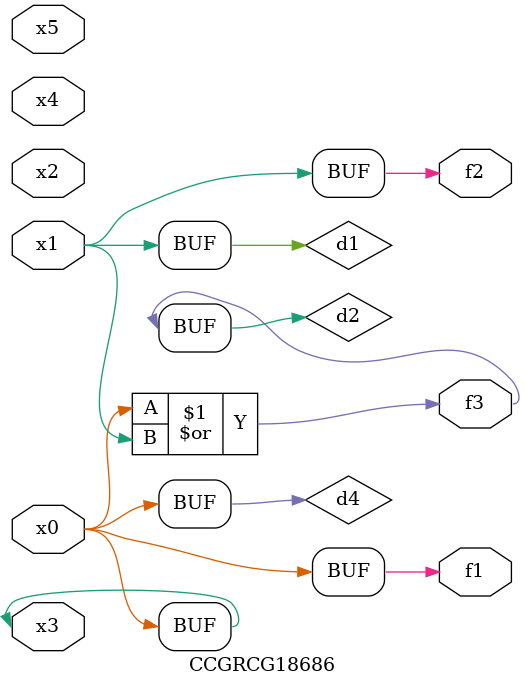
<source format=v>
module CCGRCG18686(
	input x0, x1, x2, x3, x4, x5,
	output f1, f2, f3
);

	wire d1, d2, d3, d4;

	and (d1, x1);
	or (d2, x0, x1);
	nand (d3, x0, x5);
	buf (d4, x0, x3);
	assign f1 = d4;
	assign f2 = d1;
	assign f3 = d2;
endmodule

</source>
